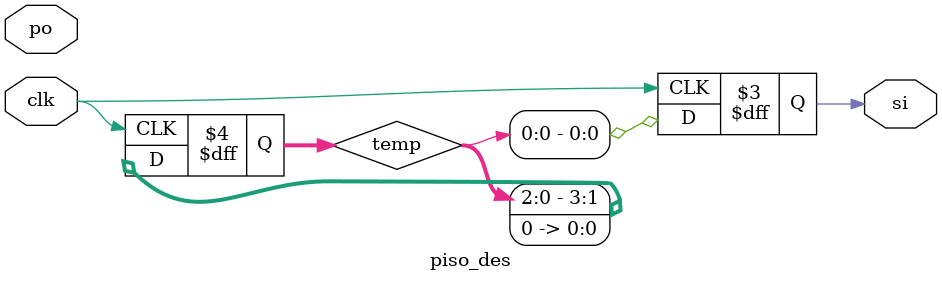
<source format=v>
module piso_des(clk, po, si);

input [3:0] po;
input clk;

output reg si;

reg [3:0]temp;

always @(posedge clk)
begin
	temp <= po;
	temp <= temp <<1;
	si <= temp[0];
end
endmodule

</source>
